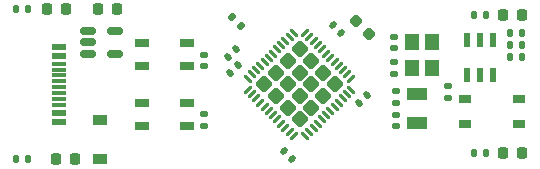
<source format=gtp>
%TF.GenerationSoftware,KiCad,Pcbnew,(6.0.4)*%
%TF.CreationDate,2022-03-28T20:40:59+08:00*%
%TF.ProjectId,PCB_F401CCU6_Dev,5043425f-4634-4303-9143-4355365f4465,v0.9*%
%TF.SameCoordinates,Original*%
%TF.FileFunction,Paste,Top*%
%TF.FilePolarity,Positive*%
%FSLAX46Y46*%
G04 Gerber Fmt 4.6, Leading zero omitted, Abs format (unit mm)*
G04 Created by KiCad (PCBNEW (6.0.4)) date 2022-03-28 20:40:59*
%MOMM*%
%LPD*%
G01*
G04 APERTURE LIST*
G04 Aperture macros list*
%AMRoundRect*
0 Rectangle with rounded corners*
0 $1 Rounding radius*
0 $2 $3 $4 $5 $6 $7 $8 $9 X,Y pos of 4 corners*
0 Add a 4 corners polygon primitive as box body*
4,1,4,$2,$3,$4,$5,$6,$7,$8,$9,$2,$3,0*
0 Add four circle primitives for the rounded corners*
1,1,$1+$1,$2,$3*
1,1,$1+$1,$4,$5*
1,1,$1+$1,$6,$7*
1,1,$1+$1,$8,$9*
0 Add four rect primitives between the rounded corners*
20,1,$1+$1,$2,$3,$4,$5,0*
20,1,$1+$1,$4,$5,$6,$7,0*
20,1,$1+$1,$6,$7,$8,$9,0*
20,1,$1+$1,$8,$9,$2,$3,0*%
G04 Aperture macros list end*
%ADD10RoundRect,0.135000X0.135000X0.185000X-0.135000X0.185000X-0.135000X-0.185000X0.135000X-0.185000X0*%
%ADD11RoundRect,0.140000X-0.021213X0.219203X-0.219203X0.021213X0.021213X-0.219203X0.219203X-0.021213X0*%
%ADD12RoundRect,0.225000X0.225000X0.250000X-0.225000X0.250000X-0.225000X-0.250000X0.225000X-0.250000X0*%
%ADD13RoundRect,0.218750X0.218750X0.256250X-0.218750X0.256250X-0.218750X-0.256250X0.218750X-0.256250X0*%
%ADD14RoundRect,0.140000X-0.170000X0.140000X-0.170000X-0.140000X0.170000X-0.140000X0.170000X0.140000X0*%
%ADD15RoundRect,0.135000X-0.135000X-0.185000X0.135000X-0.185000X0.135000X0.185000X-0.135000X0.185000X0*%
%ADD16R,1.200000X0.900000*%
%ADD17R,1.160000X0.600000*%
%ADD18R,1.160000X0.300000*%
%ADD19RoundRect,0.140000X0.021213X-0.219203X0.219203X-0.021213X-0.021213X0.219203X-0.219203X0.021213X0*%
%ADD20RoundRect,0.140000X0.219203X0.021213X0.021213X0.219203X-0.219203X-0.021213X-0.021213X-0.219203X0*%
%ADD21RoundRect,0.218750X0.335876X0.026517X0.026517X0.335876X-0.335876X-0.026517X-0.026517X-0.335876X0*%
%ADD22RoundRect,0.250000X0.000000X0.445477X-0.445477X0.000000X0.000000X-0.445477X0.445477X0.000000X0*%
%ADD23RoundRect,0.062500X0.220971X0.309359X-0.309359X-0.220971X-0.220971X-0.309359X0.309359X0.220971X0*%
%ADD24RoundRect,0.062500X-0.220971X0.309359X-0.309359X0.220971X0.220971X-0.309359X0.309359X-0.220971X0*%
%ADD25R,0.600000X1.200000*%
%ADD26RoundRect,0.135000X-0.185000X0.135000X-0.185000X-0.135000X0.185000X-0.135000X0.185000X0.135000X0*%
%ADD27RoundRect,0.140000X0.170000X-0.140000X0.170000X0.140000X-0.170000X0.140000X-0.170000X-0.140000X0*%
%ADD28R,1.250000X0.700000*%
%ADD29RoundRect,0.218750X-0.218750X-0.256250X0.218750X-0.256250X0.218750X0.256250X-0.218750X0.256250X0*%
%ADD30RoundRect,0.135000X0.226274X0.035355X0.035355X0.226274X-0.226274X-0.035355X-0.035355X-0.226274X0*%
%ADD31R,1.800000X1.000000*%
%ADD32R,1.200000X1.400000*%
%ADD33RoundRect,0.150000X-0.512500X-0.150000X0.512500X-0.150000X0.512500X0.150000X-0.512500X0.150000X0*%
%ADD34R,1.000000X0.700000*%
%ADD35RoundRect,0.135000X0.185000X-0.135000X0.185000X0.135000X-0.185000X0.135000X-0.185000X-0.135000X0*%
G04 APERTURE END LIST*
D10*
%TO.C,R8*%
X114098800Y-52578000D03*
X113078800Y-52578000D03*
%TD*%
D11*
%TO.C,C10*%
X100923411Y-56810589D03*
X100244589Y-57489411D03*
%TD*%
D12*
%TO.C,C2*%
X79769000Y-49530000D03*
X78219000Y-49530000D03*
%TD*%
D13*
%TO.C,D4*%
X114071500Y-50038000D03*
X112496500Y-50038000D03*
%TD*%
D14*
%TO.C,C7*%
X103378000Y-58468000D03*
X103378000Y-59428000D03*
%TD*%
D15*
%TO.C,R6*%
X109980000Y-61722000D03*
X111000000Y-61722000D03*
%TD*%
D16*
%TO.C,D1*%
X78359000Y-58929000D03*
X78359000Y-62229000D03*
%TD*%
D10*
%TO.C,R10*%
X114096800Y-51562000D03*
X113076800Y-51562000D03*
%TD*%
D14*
%TO.C,C5*%
X103251000Y-54003000D03*
X103251000Y-54963000D03*
%TD*%
D17*
%TO.C,J1*%
X74900000Y-52680000D03*
X74900000Y-53480000D03*
D18*
X74900000Y-54630000D03*
X74900000Y-55630000D03*
X74900000Y-56130000D03*
X74900000Y-57130000D03*
D17*
X74900000Y-58280000D03*
X74900000Y-59080000D03*
X74900000Y-59080000D03*
X74900000Y-58280000D03*
D18*
X74900000Y-57630000D03*
X74900000Y-56630000D03*
X74900000Y-55130000D03*
X74900000Y-54130000D03*
D17*
X74900000Y-53480000D03*
X74900000Y-52680000D03*
%TD*%
D15*
%TO.C,R7*%
X109980000Y-50038000D03*
X111000000Y-50038000D03*
%TD*%
D19*
%TO.C,C11*%
X89322589Y-54949411D03*
X90001411Y-54270589D03*
%TD*%
D20*
%TO.C,C9*%
X94624211Y-62239211D03*
X93945389Y-61560389D03*
%TD*%
D21*
%TO.C,FB1*%
X101140847Y-51610847D03*
X100027153Y-50497153D03*
%TD*%
D22*
%TO.C,U2*%
X97229899Y-56869949D03*
X94260051Y-57859899D03*
X95250000Y-54890051D03*
X92280152Y-55880000D03*
X93270101Y-54890051D03*
X96239949Y-57859899D03*
X97229899Y-54890051D03*
X94260051Y-55880000D03*
X95250000Y-52910152D03*
X96239949Y-55880000D03*
X95250000Y-56869949D03*
X98219848Y-55880000D03*
X94260051Y-53900101D03*
X93270101Y-56869949D03*
X96239949Y-53900101D03*
X95250000Y-58849848D03*
D23*
X99625223Y-55393864D03*
X99271670Y-55040311D03*
X98918116Y-54686757D03*
X98564563Y-54333204D03*
X98211010Y-53979651D03*
X97857456Y-53626097D03*
X97503903Y-53272544D03*
X97150349Y-52918990D03*
X96796796Y-52565437D03*
X96443243Y-52211884D03*
X96089689Y-51858330D03*
X95736136Y-51504777D03*
D24*
X94763864Y-51504777D03*
X94410311Y-51858330D03*
X94056757Y-52211884D03*
X93703204Y-52565437D03*
X93349651Y-52918990D03*
X92996097Y-53272544D03*
X92642544Y-53626097D03*
X92288990Y-53979651D03*
X91935437Y-54333204D03*
X91581884Y-54686757D03*
X91228330Y-55040311D03*
X90874777Y-55393864D03*
D23*
X90874777Y-56366136D03*
X91228330Y-56719689D03*
X91581884Y-57073243D03*
X91935437Y-57426796D03*
X92288990Y-57780349D03*
X92642544Y-58133903D03*
X92996097Y-58487456D03*
X93349651Y-58841010D03*
X93703204Y-59194563D03*
X94056757Y-59548116D03*
X94410311Y-59901670D03*
X94763864Y-60255223D03*
D24*
X95736136Y-60255223D03*
X96089689Y-59901670D03*
X96443243Y-59548116D03*
X96796796Y-59194563D03*
X97150349Y-58841010D03*
X97503903Y-58487456D03*
X97857456Y-58133903D03*
X98211010Y-57780349D03*
X98564563Y-57426796D03*
X98918116Y-57073243D03*
X99271670Y-56719689D03*
X99625223Y-56366136D03*
%TD*%
D25*
%TO.C,D5*%
X109426000Y-55094000D03*
X110526000Y-55094000D03*
X111626000Y-55094000D03*
X111626000Y-52094000D03*
X110526000Y-52094000D03*
X109426000Y-52094000D03*
%TD*%
D26*
%TO.C,R4*%
X107823000Y-56005000D03*
X107823000Y-57025000D03*
%TD*%
D27*
%TO.C,C12*%
X87122000Y-54328000D03*
X87122000Y-53368000D03*
%TD*%
%TO.C,C8*%
X103378000Y-57424000D03*
X103378000Y-56464000D03*
%TD*%
D28*
%TO.C,SW1*%
X81945000Y-54340000D03*
X85695000Y-54340000D03*
X81945000Y-52340000D03*
X85695000Y-52340000D03*
%TD*%
D29*
%TO.C,F1*%
X74650500Y-62230000D03*
X76225500Y-62230000D03*
%TD*%
D30*
%TO.C,R3*%
X90276624Y-50906624D03*
X89555376Y-50185376D03*
%TD*%
D19*
%TO.C,C3*%
X89195589Y-53552411D03*
X89874411Y-52873589D03*
%TD*%
D20*
%TO.C,C4*%
X98764411Y-51520411D03*
X98085589Y-50841589D03*
%TD*%
D15*
%TO.C,R1*%
X71245000Y-62230000D03*
X72265000Y-62230000D03*
%TD*%
D31*
%TO.C,Y2*%
X105156000Y-59182000D03*
X105156000Y-56682000D03*
%TD*%
D10*
%TO.C,R9*%
X114096800Y-53594000D03*
X113076800Y-53594000D03*
%TD*%
D13*
%TO.C,D3*%
X114071500Y-61722000D03*
X112496500Y-61722000D03*
%TD*%
D27*
%TO.C,C6*%
X103251000Y-52804000D03*
X103251000Y-51844000D03*
%TD*%
D32*
%TO.C,Y1*%
X106475000Y-54524000D03*
X106475000Y-52324000D03*
X104775000Y-52324000D03*
X104775000Y-54524000D03*
%TD*%
D12*
%TO.C,C1*%
X75438000Y-49530000D03*
X73888000Y-49530000D03*
%TD*%
D28*
%TO.C,SW2*%
X81945000Y-57420000D03*
X85695000Y-57420000D03*
X81945000Y-59420000D03*
X85695000Y-59420000D03*
%TD*%
D33*
%TO.C,U1*%
X77348500Y-51374000D03*
X77348500Y-52324000D03*
X77348500Y-53274000D03*
X79623500Y-53274000D03*
X79623500Y-51374000D03*
%TD*%
D15*
%TO.C,R2*%
X71245000Y-49530000D03*
X72265000Y-49530000D03*
%TD*%
D34*
%TO.C,SW3*%
X113791992Y-57091000D03*
X109291992Y-57091000D03*
X109291992Y-59241000D03*
X113791992Y-59241000D03*
%TD*%
D35*
%TO.C,R5*%
X87122000Y-59438000D03*
X87122000Y-58418000D03*
%TD*%
M02*

</source>
